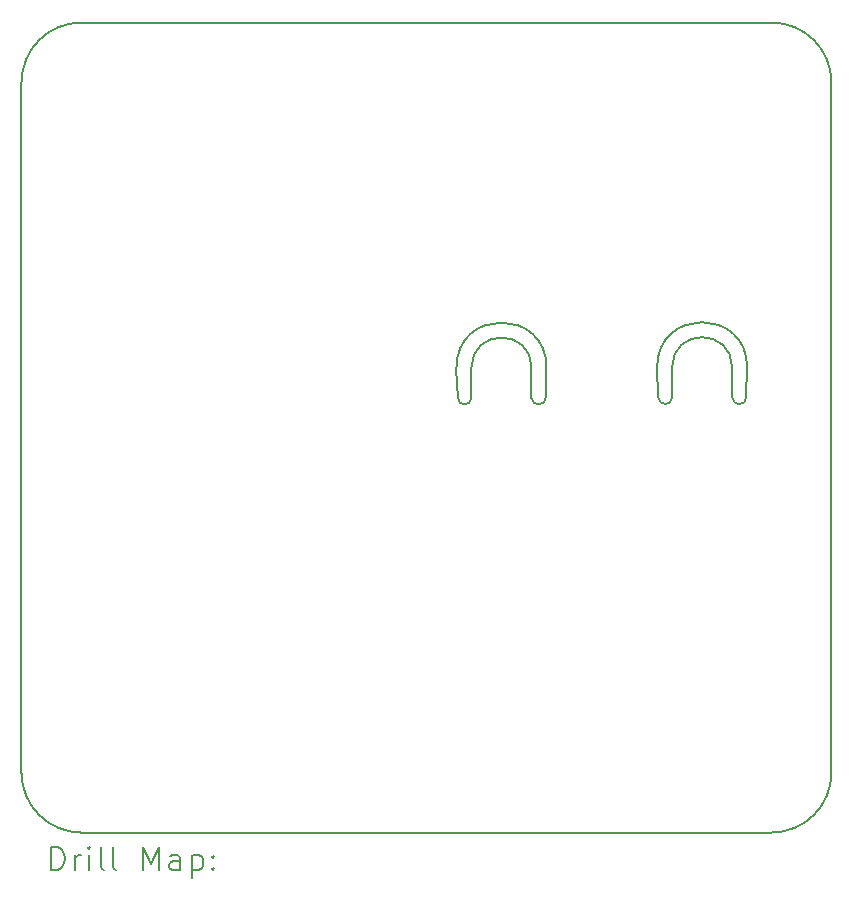
<source format=gbr>
%TF.GenerationSoftware,KiCad,Pcbnew,7.0.10*%
%TF.CreationDate,2024-02-08T08:15:40+01:00*%
%TF.ProjectId,door_relay_sensor,646f6f72-5f72-4656-9c61-795f73656e73,rev?*%
%TF.SameCoordinates,Original*%
%TF.FileFunction,Drillmap*%
%TF.FilePolarity,Positive*%
%FSLAX45Y45*%
G04 Gerber Fmt 4.5, Leading zero omitted, Abs format (unit mm)*
G04 Created by KiCad (PCBNEW 7.0.10) date 2024-02-08 08:15:40*
%MOMM*%
%LPD*%
G01*
G04 APERTURE LIST*
%ADD10C,0.200000*%
G04 APERTURE END LIST*
D10*
X11223569Y-5458344D02*
G75*
G03*
X10461569Y-5458344I-381000J0D01*
G01*
X9398003Y-5715000D02*
G75*
G03*
X9519542Y-5714848I60767J1850D01*
G01*
X11938000Y-3048000D02*
G75*
G03*
X11430000Y-2540000I-508000J0D01*
G01*
X5080000Y-8890000D02*
G75*
G03*
X5588000Y-9398000I508000J0D01*
G01*
X8763000Y-5461000D02*
X8773092Y-5715000D01*
X9398000Y-5461000D02*
G75*
G03*
X8890000Y-5461000I-254000J0D01*
G01*
X5588000Y-9398000D02*
X11430000Y-9398000D01*
X11430000Y-9398000D02*
G75*
G03*
X11938000Y-8890000I0J508000D01*
G01*
X11096569Y-5458344D02*
X11096570Y-5712343D01*
X11096573Y-5712343D02*
G75*
G03*
X11218111Y-5712191I60767J1843D01*
G01*
X8890000Y-5461000D02*
X8890000Y-5715000D01*
X10471671Y-5712344D02*
G75*
G03*
X10588569Y-5712343I58449J4D01*
G01*
X5080000Y-3048000D02*
X5080000Y-8890000D01*
X11096569Y-5458344D02*
G75*
G03*
X10588569Y-5458344I-254000J0D01*
G01*
X5588000Y-2540000D02*
G75*
G03*
X5080000Y-3048000I0J-508000D01*
G01*
X9525000Y-5461000D02*
X9519542Y-5714848D01*
X11430000Y-2540000D02*
X5588000Y-2540000D01*
X10588569Y-5458344D02*
X10588569Y-5712343D01*
X11938000Y-8890000D02*
X11938000Y-3048000D01*
X11223569Y-5458344D02*
X11218111Y-5712191D01*
X9398000Y-5461000D02*
X9398000Y-5715000D01*
X9525000Y-5461000D02*
G75*
G03*
X8763000Y-5461000I-381000J0D01*
G01*
X8773100Y-5715000D02*
G75*
G03*
X8890000Y-5715000I58450J10D01*
G01*
X10461569Y-5458344D02*
X10471661Y-5712344D01*
X5330777Y-9719484D02*
X5330777Y-9519484D01*
X5330777Y-9519484D02*
X5378396Y-9519484D01*
X5378396Y-9519484D02*
X5406967Y-9529008D01*
X5406967Y-9529008D02*
X5426015Y-9548055D01*
X5426015Y-9548055D02*
X5435539Y-9567103D01*
X5435539Y-9567103D02*
X5445063Y-9605198D01*
X5445063Y-9605198D02*
X5445063Y-9633770D01*
X5445063Y-9633770D02*
X5435539Y-9671865D01*
X5435539Y-9671865D02*
X5426015Y-9690912D01*
X5426015Y-9690912D02*
X5406967Y-9709960D01*
X5406967Y-9709960D02*
X5378396Y-9719484D01*
X5378396Y-9719484D02*
X5330777Y-9719484D01*
X5530777Y-9719484D02*
X5530777Y-9586150D01*
X5530777Y-9624246D02*
X5540301Y-9605198D01*
X5540301Y-9605198D02*
X5549824Y-9595674D01*
X5549824Y-9595674D02*
X5568872Y-9586150D01*
X5568872Y-9586150D02*
X5587920Y-9586150D01*
X5654586Y-9719484D02*
X5654586Y-9586150D01*
X5654586Y-9519484D02*
X5645062Y-9529008D01*
X5645062Y-9529008D02*
X5654586Y-9538531D01*
X5654586Y-9538531D02*
X5664110Y-9529008D01*
X5664110Y-9529008D02*
X5654586Y-9519484D01*
X5654586Y-9519484D02*
X5654586Y-9538531D01*
X5778396Y-9719484D02*
X5759348Y-9709960D01*
X5759348Y-9709960D02*
X5749824Y-9690912D01*
X5749824Y-9690912D02*
X5749824Y-9519484D01*
X5883158Y-9719484D02*
X5864110Y-9709960D01*
X5864110Y-9709960D02*
X5854586Y-9690912D01*
X5854586Y-9690912D02*
X5854586Y-9519484D01*
X6111729Y-9719484D02*
X6111729Y-9519484D01*
X6111729Y-9519484D02*
X6178396Y-9662341D01*
X6178396Y-9662341D02*
X6245062Y-9519484D01*
X6245062Y-9519484D02*
X6245062Y-9719484D01*
X6426015Y-9719484D02*
X6426015Y-9614722D01*
X6426015Y-9614722D02*
X6416491Y-9595674D01*
X6416491Y-9595674D02*
X6397443Y-9586150D01*
X6397443Y-9586150D02*
X6359348Y-9586150D01*
X6359348Y-9586150D02*
X6340301Y-9595674D01*
X6426015Y-9709960D02*
X6406967Y-9719484D01*
X6406967Y-9719484D02*
X6359348Y-9719484D01*
X6359348Y-9719484D02*
X6340301Y-9709960D01*
X6340301Y-9709960D02*
X6330777Y-9690912D01*
X6330777Y-9690912D02*
X6330777Y-9671865D01*
X6330777Y-9671865D02*
X6340301Y-9652817D01*
X6340301Y-9652817D02*
X6359348Y-9643293D01*
X6359348Y-9643293D02*
X6406967Y-9643293D01*
X6406967Y-9643293D02*
X6426015Y-9633770D01*
X6521253Y-9586150D02*
X6521253Y-9786150D01*
X6521253Y-9595674D02*
X6540301Y-9586150D01*
X6540301Y-9586150D02*
X6578396Y-9586150D01*
X6578396Y-9586150D02*
X6597443Y-9595674D01*
X6597443Y-9595674D02*
X6606967Y-9605198D01*
X6606967Y-9605198D02*
X6616491Y-9624246D01*
X6616491Y-9624246D02*
X6616491Y-9681389D01*
X6616491Y-9681389D02*
X6606967Y-9700436D01*
X6606967Y-9700436D02*
X6597443Y-9709960D01*
X6597443Y-9709960D02*
X6578396Y-9719484D01*
X6578396Y-9719484D02*
X6540301Y-9719484D01*
X6540301Y-9719484D02*
X6521253Y-9709960D01*
X6702205Y-9700436D02*
X6711729Y-9709960D01*
X6711729Y-9709960D02*
X6702205Y-9719484D01*
X6702205Y-9719484D02*
X6692682Y-9709960D01*
X6692682Y-9709960D02*
X6702205Y-9700436D01*
X6702205Y-9700436D02*
X6702205Y-9719484D01*
X6702205Y-9595674D02*
X6711729Y-9605198D01*
X6711729Y-9605198D02*
X6702205Y-9614722D01*
X6702205Y-9614722D02*
X6692682Y-9605198D01*
X6692682Y-9605198D02*
X6702205Y-9595674D01*
X6702205Y-9595674D02*
X6702205Y-9614722D01*
M02*

</source>
